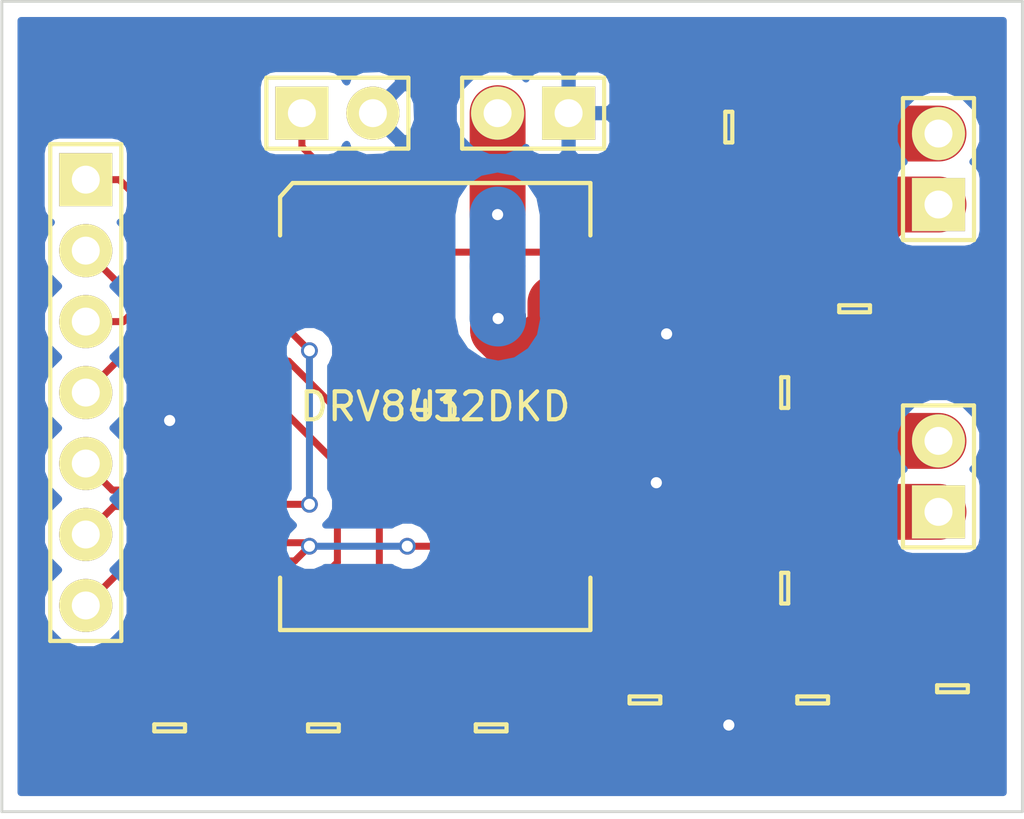
<source format=kicad_pcb>
(kicad_pcb (version 4) (host pcbnew 4.0.5)

  (general
    (links 51)
    (no_connects 0)
    (area 176.305 95.949999 213.295 125.5)
    (thickness 1.6)
    (drawings 4)
    (tracks 218)
    (zones 0)
    (modules 16)
    (nets 21)
  )

  (page A4)
  (layers
    (0 F.Cu signal)
    (31 B.Cu signal)
    (32 B.Adhes user)
    (33 F.Adhes user)
    (34 B.Paste user)
    (35 F.Paste user)
    (36 B.SilkS user)
    (37 F.SilkS user)
    (38 B.Mask user)
    (39 F.Mask user)
    (40 Dwgs.User user)
    (41 Cmts.User user)
    (42 Eco1.User user)
    (43 Eco2.User user)
    (44 Edge.Cuts user)
    (45 Margin user)
    (46 B.CrtYd user)
    (47 F.CrtYd user)
    (48 B.Fab user)
    (49 F.Fab user)
  )

  (setup
    (last_trace_width 0.8)
    (user_trace_width 0.4)
    (user_trace_width 0.8)
    (user_trace_width 1.5)
    (user_trace_width 2)
    (trace_clearance 0.2)
    (zone_clearance 0.508)
    (zone_45_only no)
    (trace_min 0.2)
    (segment_width 0.2)
    (edge_width 0.1)
    (via_size 0.6)
    (via_drill 0.4)
    (via_min_size 0.4)
    (via_min_drill 0.3)
    (uvia_size 0.3)
    (uvia_drill 0.1)
    (uvias_allowed no)
    (uvia_min_size 0.2)
    (uvia_min_drill 0.1)
    (pcb_text_width 0.3)
    (pcb_text_size 1.5 1.5)
    (mod_edge_width 0.15)
    (mod_text_size 1 1)
    (mod_text_width 0.15)
    (pad_size 2.000001 0.399999)
    (pad_drill 0)
    (pad_to_mask_clearance 0)
    (aux_axis_origin 0 0)
    (visible_elements FFFFFF7F)
    (pcbplotparams
      (layerselection 0x00030_80000001)
      (usegerberextensions false)
      (excludeedgelayer true)
      (linewidth 0.100000)
      (plotframeref false)
      (viasonmask false)
      (mode 1)
      (useauxorigin false)
      (hpglpennumber 1)
      (hpglpenspeed 20)
      (hpglpendiameter 15)
      (hpglpenoverlay 2)
      (psnegative false)
      (psa4output false)
      (plotreference true)
      (plotvalue true)
      (plotinvisibletext false)
      (padsonsilk false)
      (subtractmaskfromsilk false)
      (outputformat 1)
      (mirror false)
      (drillshape 0)
      (scaleselection 1)
      (outputdirectory gerber/))
  )

  (net 0 "")
  (net 1 "Net-(C2-Pad1)")
  (net 2 "Net-(C2-Pad2)")
  (net 3 "Net-(C3-Pad1)")
  (net 4 "Net-(C3-Pad2)")
  (net 5 "Net-(C4-Pad1)")
  (net 6 "Net-(C4-Pad2)")
  (net 7 /12V)
  (net 8 GND)
  (net 9 "Net-(C9-Pad2)")
  (net 10 "Net-(R1-Pad1)")
  (net 11 "Net-(J1-Pad1)")
  (net 12 "Net-(J1-Pad2)")
  (net 13 "Net-(J1-Pad3)")
  (net 14 "Net-(J1-Pad4)")
  (net 15 "Net-(J1-Pad5)")
  (net 16 "Net-(J1-Pad6)")
  (net 17 "Net-(J1-Pad7)")
  (net 18 "Net-(C1-Pad2)")
  (net 19 /PVDD)
  (net 20 "Net-(C1-Pad1)")

  (net_class Default "This is the default net class."
    (clearance 0.2)
    (trace_width 0.25)
    (via_dia 0.6)
    (via_drill 0.4)
    (uvia_dia 0.3)
    (uvia_drill 0.1)
    (add_net /12V)
    (add_net /PVDD)
    (add_net GND)
    (add_net "Net-(C1-Pad1)")
    (add_net "Net-(C1-Pad2)")
    (add_net "Net-(C2-Pad1)")
    (add_net "Net-(C2-Pad2)")
    (add_net "Net-(C3-Pad1)")
    (add_net "Net-(C3-Pad2)")
    (add_net "Net-(C4-Pad1)")
    (add_net "Net-(C4-Pad2)")
    (add_net "Net-(C9-Pad2)")
    (add_net "Net-(J1-Pad1)")
    (add_net "Net-(J1-Pad2)")
    (add_net "Net-(J1-Pad3)")
    (add_net "Net-(J1-Pad4)")
    (add_net "Net-(J1-Pad5)")
    (add_net "Net-(J1-Pad6)")
    (add_net "Net-(J1-Pad7)")
    (add_net "Net-(R1-Pad1)")
  )

  (module agg:SIL-254P-02 (layer F.Cu) (tedit 57656D66) (tstamp 58D18817)
    (at 210 113 90)
    (path /58D10F94)
    (fp_text reference J3 (at 0 -2.22 90) (layer F.Fab)
      (effects (font (size 1 1) (thickness 0.15)))
    )
    (fp_text value MOTOR2 (at 0 2.22 90) (layer F.Fab)
      (effects (font (size 1 1) (thickness 0.15)))
    )
    (fp_line (start -2.54 -1.27) (end 2.54 -1.27) (layer F.Fab) (width 0.01))
    (fp_line (start 2.54 -1.27) (end 2.54 1.27) (layer F.Fab) (width 0.01))
    (fp_line (start 2.54 1.27) (end -2.54 1.27) (layer F.Fab) (width 0.01))
    (fp_line (start -2.54 1.27) (end -2.54 -1.27) (layer F.Fab) (width 0.01))
    (fp_line (start -2.54 -1.27) (end 2.54 -1.27) (layer F.SilkS) (width 0.15))
    (fp_line (start 2.54 -1.27) (end 2.54 1.27) (layer F.SilkS) (width 0.15))
    (fp_line (start 2.54 1.27) (end -2.54 1.27) (layer F.SilkS) (width 0.15))
    (fp_line (start -2.54 1.27) (end -2.54 -1.27) (layer F.SilkS) (width 0.15))
    (fp_line (start -2.8 -1.55) (end 2.8 -1.55) (layer F.CrtYd) (width 0.01))
    (fp_line (start 2.8 -1.55) (end 2.8 1.55) (layer F.CrtYd) (width 0.01))
    (fp_line (start 2.8 1.55) (end -2.8 1.55) (layer F.CrtYd) (width 0.01))
    (fp_line (start -2.8 1.55) (end -2.8 -1.55) (layer F.CrtYd) (width 0.01))
    (pad 1 thru_hole rect (at -1.27 0 90) (size 1.9 1.9) (drill 1) (layers *.Cu *.Mask F.SilkS)
      (net 6 "Net-(C4-Pad2)"))
    (pad 2 thru_hole circle (at 1.27 0 90) (size 1.9 1.9) (drill 1) (layers *.Cu *.Mask F.SilkS)
      (net 4 "Net-(C3-Pad2)"))
    (model ${KISYS3DMOD}/Pin_Headers.3dshapes/Pin_Header_Straight_1x02.wrl
      (at (xyz 0 0 0))
      (scale (xyz 1 1 1))
      (rotate (xyz 0 0 0))
    )
  )

  (module agg:0805 (layer F.Cu) (tedit 57654490) (tstamp 58D12250)
    (at 204.5 110)
    (path /58D10983)
    (fp_text reference C3 (at -2.425 0 90) (layer F.Fab)
      (effects (font (size 1 1) (thickness 0.15)))
    )
    (fp_text value 49nF (at 2.425 0 90) (layer F.Fab)
      (effects (font (size 1 1) (thickness 0.15)))
    )
    (fp_line (start -1 -0.625) (end 1 -0.625) (layer F.Fab) (width 0.01))
    (fp_line (start 1 -0.625) (end 1 0.625) (layer F.Fab) (width 0.01))
    (fp_line (start 1 0.625) (end -1 0.625) (layer F.Fab) (width 0.01))
    (fp_line (start -1 0.625) (end -1 -0.625) (layer F.Fab) (width 0.01))
    (fp_line (start -0.5 -0.625) (end -0.5 0.625) (layer F.Fab) (width 0.01))
    (fp_line (start 0.5 -0.625) (end 0.5 0.625) (layer F.Fab) (width 0.01))
    (fp_line (start -0.125 -0.55) (end 0.125 -0.55) (layer F.SilkS) (width 0.15))
    (fp_line (start 0.125 -0.55) (end 0.125 0.55) (layer F.SilkS) (width 0.15))
    (fp_line (start 0.125 0.55) (end -0.125 0.55) (layer F.SilkS) (width 0.15))
    (fp_line (start -0.125 0.55) (end -0.125 -0.55) (layer F.SilkS) (width 0.15))
    (fp_line (start -1.75 -1) (end 1.75 -1) (layer F.CrtYd) (width 0.01))
    (fp_line (start 1.75 -1) (end 1.75 1) (layer F.CrtYd) (width 0.01))
    (fp_line (start 1.75 1) (end -1.75 1) (layer F.CrtYd) (width 0.01))
    (fp_line (start -1.75 1) (end -1.75 -1) (layer F.CrtYd) (width 0.01))
    (pad 1 smd rect (at -0.9 0) (size 1.15 1.45) (layers F.Cu F.Paste F.Mask)
      (net 3 "Net-(C3-Pad1)"))
    (pad 2 smd rect (at 0.9 0) (size 1.15 1.45) (layers F.Cu F.Paste F.Mask)
      (net 4 "Net-(C3-Pad2)"))
    (model ${KISYS3DMOD}/Resistors_SMD.3dshapes/R_0805.wrl
      (at (xyz 0 0 0))
      (scale (xyz 1 1 1))
      (rotate (xyz 0 0 0))
    )
  )

  (module agg:0805 (layer F.Cu) (tedit 57654490) (tstamp 58D12264)
    (at 204.5 117)
    (path /58D10A5F)
    (fp_text reference C4 (at -2.425 0 90) (layer F.Fab)
      (effects (font (size 1 1) (thickness 0.15)))
    )
    (fp_text value 49nF (at 2.425 0 90) (layer F.Fab)
      (effects (font (size 1 1) (thickness 0.15)))
    )
    (fp_line (start -1 -0.625) (end 1 -0.625) (layer F.Fab) (width 0.01))
    (fp_line (start 1 -0.625) (end 1 0.625) (layer F.Fab) (width 0.01))
    (fp_line (start 1 0.625) (end -1 0.625) (layer F.Fab) (width 0.01))
    (fp_line (start -1 0.625) (end -1 -0.625) (layer F.Fab) (width 0.01))
    (fp_line (start -0.5 -0.625) (end -0.5 0.625) (layer F.Fab) (width 0.01))
    (fp_line (start 0.5 -0.625) (end 0.5 0.625) (layer F.Fab) (width 0.01))
    (fp_line (start -0.125 -0.55) (end 0.125 -0.55) (layer F.SilkS) (width 0.15))
    (fp_line (start 0.125 -0.55) (end 0.125 0.55) (layer F.SilkS) (width 0.15))
    (fp_line (start 0.125 0.55) (end -0.125 0.55) (layer F.SilkS) (width 0.15))
    (fp_line (start -0.125 0.55) (end -0.125 -0.55) (layer F.SilkS) (width 0.15))
    (fp_line (start -1.75 -1) (end 1.75 -1) (layer F.CrtYd) (width 0.01))
    (fp_line (start 1.75 -1) (end 1.75 1) (layer F.CrtYd) (width 0.01))
    (fp_line (start 1.75 1) (end -1.75 1) (layer F.CrtYd) (width 0.01))
    (fp_line (start -1.75 1) (end -1.75 -1) (layer F.CrtYd) (width 0.01))
    (pad 1 smd rect (at -0.9 0) (size 1.15 1.45) (layers F.Cu F.Paste F.Mask)
      (net 5 "Net-(C4-Pad1)"))
    (pad 2 smd rect (at 0.9 0) (size 1.15 1.45) (layers F.Cu F.Paste F.Mask)
      (net 6 "Net-(C4-Pad2)"))
    (model ${KISYS3DMOD}/Resistors_SMD.3dshapes/R_0805.wrl
      (at (xyz 0 0 0))
      (scale (xyz 1 1 1))
      (rotate (xyz 0 0 0))
    )
  )

  (module agg:0805 (layer F.Cu) (tedit 57654490) (tstamp 58D1223C)
    (at 207 107 90)
    (path /58D10909)
    (fp_text reference C2 (at -2.425 0 180) (layer F.Fab)
      (effects (font (size 1 1) (thickness 0.15)))
    )
    (fp_text value 49nF (at 2.425 0 180) (layer F.Fab)
      (effects (font (size 1 1) (thickness 0.15)))
    )
    (fp_line (start -1 -0.625) (end 1 -0.625) (layer F.Fab) (width 0.01))
    (fp_line (start 1 -0.625) (end 1 0.625) (layer F.Fab) (width 0.01))
    (fp_line (start 1 0.625) (end -1 0.625) (layer F.Fab) (width 0.01))
    (fp_line (start -1 0.625) (end -1 -0.625) (layer F.Fab) (width 0.01))
    (fp_line (start -0.5 -0.625) (end -0.5 0.625) (layer F.Fab) (width 0.01))
    (fp_line (start 0.5 -0.625) (end 0.5 0.625) (layer F.Fab) (width 0.01))
    (fp_line (start -0.125 -0.55) (end 0.125 -0.55) (layer F.SilkS) (width 0.15))
    (fp_line (start 0.125 -0.55) (end 0.125 0.55) (layer F.SilkS) (width 0.15))
    (fp_line (start 0.125 0.55) (end -0.125 0.55) (layer F.SilkS) (width 0.15))
    (fp_line (start -0.125 0.55) (end -0.125 -0.55) (layer F.SilkS) (width 0.15))
    (fp_line (start -1.75 -1) (end 1.75 -1) (layer F.CrtYd) (width 0.01))
    (fp_line (start 1.75 -1) (end 1.75 1) (layer F.CrtYd) (width 0.01))
    (fp_line (start 1.75 1) (end -1.75 1) (layer F.CrtYd) (width 0.01))
    (fp_line (start -1.75 1) (end -1.75 -1) (layer F.CrtYd) (width 0.01))
    (pad 1 smd rect (at -0.9 0 90) (size 1.15 1.45) (layers F.Cu F.Paste F.Mask)
      (net 1 "Net-(C2-Pad1)"))
    (pad 2 smd rect (at 0.9 0 90) (size 1.15 1.45) (layers F.Cu F.Paste F.Mask)
      (net 2 "Net-(C2-Pad2)"))
    (model ${KISYS3DMOD}/Resistors_SMD.3dshapes/R_0805.wrl
      (at (xyz 0 0 0))
      (scale (xyz 1 1 1))
      (rotate (xyz 0 0 0))
    )
  )

  (module agg:0805 (layer F.Cu) (tedit 57654490) (tstamp 58D12278)
    (at 199.5 121 270)
    (path /58D12174)
    (fp_text reference C5 (at -2.425 0 360) (layer F.Fab)
      (effects (font (size 1 1) (thickness 0.15)))
    )
    (fp_text value 100nF (at 2.425 0 360) (layer F.Fab)
      (effects (font (size 1 1) (thickness 0.15)))
    )
    (fp_line (start -1 -0.625) (end 1 -0.625) (layer F.Fab) (width 0.01))
    (fp_line (start 1 -0.625) (end 1 0.625) (layer F.Fab) (width 0.01))
    (fp_line (start 1 0.625) (end -1 0.625) (layer F.Fab) (width 0.01))
    (fp_line (start -1 0.625) (end -1 -0.625) (layer F.Fab) (width 0.01))
    (fp_line (start -0.5 -0.625) (end -0.5 0.625) (layer F.Fab) (width 0.01))
    (fp_line (start 0.5 -0.625) (end 0.5 0.625) (layer F.Fab) (width 0.01))
    (fp_line (start -0.125 -0.55) (end 0.125 -0.55) (layer F.SilkS) (width 0.15))
    (fp_line (start 0.125 -0.55) (end 0.125 0.55) (layer F.SilkS) (width 0.15))
    (fp_line (start 0.125 0.55) (end -0.125 0.55) (layer F.SilkS) (width 0.15))
    (fp_line (start -0.125 0.55) (end -0.125 -0.55) (layer F.SilkS) (width 0.15))
    (fp_line (start -1.75 -1) (end 1.75 -1) (layer F.CrtYd) (width 0.01))
    (fp_line (start 1.75 -1) (end 1.75 1) (layer F.CrtYd) (width 0.01))
    (fp_line (start 1.75 1) (end -1.75 1) (layer F.CrtYd) (width 0.01))
    (fp_line (start -1.75 1) (end -1.75 -1) (layer F.CrtYd) (width 0.01))
    (pad 1 smd rect (at -0.9 0 270) (size 1.15 1.45) (layers F.Cu F.Paste F.Mask)
      (net 7 /12V))
    (pad 2 smd rect (at 0.9 0 270) (size 1.15 1.45) (layers F.Cu F.Paste F.Mask)
      (net 8 GND))
    (model ${KISYS3DMOD}/Resistors_SMD.3dshapes/R_0805.wrl
      (at (xyz 0 0 0))
      (scale (xyz 1 1 1))
      (rotate (xyz 0 0 0))
    )
  )

  (module agg:0805 (layer F.Cu) (tedit 57654490) (tstamp 58D1228C)
    (at 210.5 120.6 270)
    (path /58D121DC)
    (fp_text reference C6 (at -2.425 0 360) (layer F.Fab)
      (effects (font (size 1 1) (thickness 0.15)))
    )
    (fp_text value 100nF (at 2.425 0 360) (layer F.Fab)
      (effects (font (size 1 1) (thickness 0.15)))
    )
    (fp_line (start -1 -0.625) (end 1 -0.625) (layer F.Fab) (width 0.01))
    (fp_line (start 1 -0.625) (end 1 0.625) (layer F.Fab) (width 0.01))
    (fp_line (start 1 0.625) (end -1 0.625) (layer F.Fab) (width 0.01))
    (fp_line (start -1 0.625) (end -1 -0.625) (layer F.Fab) (width 0.01))
    (fp_line (start -0.5 -0.625) (end -0.5 0.625) (layer F.Fab) (width 0.01))
    (fp_line (start 0.5 -0.625) (end 0.5 0.625) (layer F.Fab) (width 0.01))
    (fp_line (start -0.125 -0.55) (end 0.125 -0.55) (layer F.SilkS) (width 0.15))
    (fp_line (start 0.125 -0.55) (end 0.125 0.55) (layer F.SilkS) (width 0.15))
    (fp_line (start 0.125 0.55) (end -0.125 0.55) (layer F.SilkS) (width 0.15))
    (fp_line (start -0.125 0.55) (end -0.125 -0.55) (layer F.SilkS) (width 0.15))
    (fp_line (start -1.75 -1) (end 1.75 -1) (layer F.CrtYd) (width 0.01))
    (fp_line (start 1.75 -1) (end 1.75 1) (layer F.CrtYd) (width 0.01))
    (fp_line (start 1.75 1) (end -1.75 1) (layer F.CrtYd) (width 0.01))
    (fp_line (start -1.75 1) (end -1.75 -1) (layer F.CrtYd) (width 0.01))
    (pad 1 smd rect (at -0.9 0 270) (size 1.15 1.45) (layers F.Cu F.Paste F.Mask)
      (net 7 /12V))
    (pad 2 smd rect (at 0.9 0 270) (size 1.15 1.45) (layers F.Cu F.Paste F.Mask)
      (net 8 GND))
    (model ${KISYS3DMOD}/Resistors_SMD.3dshapes/R_0805.wrl
      (at (xyz 0 0 0))
      (scale (xyz 1 1 1))
      (rotate (xyz 0 0 0))
    )
  )

  (module agg:0805 (layer F.Cu) (tedit 57654490) (tstamp 58D122A0)
    (at 205.5 121 270)
    (path /58D1224B)
    (fp_text reference C7 (at -2.425 0 360) (layer F.Fab)
      (effects (font (size 1 1) (thickness 0.15)))
    )
    (fp_text value 100nF (at 2.425 0 360) (layer F.Fab)
      (effects (font (size 1 1) (thickness 0.15)))
    )
    (fp_line (start -1 -0.625) (end 1 -0.625) (layer F.Fab) (width 0.01))
    (fp_line (start 1 -0.625) (end 1 0.625) (layer F.Fab) (width 0.01))
    (fp_line (start 1 0.625) (end -1 0.625) (layer F.Fab) (width 0.01))
    (fp_line (start -1 0.625) (end -1 -0.625) (layer F.Fab) (width 0.01))
    (fp_line (start -0.5 -0.625) (end -0.5 0.625) (layer F.Fab) (width 0.01))
    (fp_line (start 0.5 -0.625) (end 0.5 0.625) (layer F.Fab) (width 0.01))
    (fp_line (start -0.125 -0.55) (end 0.125 -0.55) (layer F.SilkS) (width 0.15))
    (fp_line (start 0.125 -0.55) (end 0.125 0.55) (layer F.SilkS) (width 0.15))
    (fp_line (start 0.125 0.55) (end -0.125 0.55) (layer F.SilkS) (width 0.15))
    (fp_line (start -0.125 0.55) (end -0.125 -0.55) (layer F.SilkS) (width 0.15))
    (fp_line (start -1.75 -1) (end 1.75 -1) (layer F.CrtYd) (width 0.01))
    (fp_line (start 1.75 -1) (end 1.75 1) (layer F.CrtYd) (width 0.01))
    (fp_line (start 1.75 1) (end -1.75 1) (layer F.CrtYd) (width 0.01))
    (fp_line (start -1.75 1) (end -1.75 -1) (layer F.CrtYd) (width 0.01))
    (pad 1 smd rect (at -0.9 0 270) (size 1.15 1.45) (layers F.Cu F.Paste F.Mask)
      (net 7 /12V))
    (pad 2 smd rect (at 0.9 0 270) (size 1.15 1.45) (layers F.Cu F.Paste F.Mask)
      (net 8 GND))
    (model ${KISYS3DMOD}/Resistors_SMD.3dshapes/R_0805.wrl
      (at (xyz 0 0 0))
      (scale (xyz 1 1 1))
      (rotate (xyz 0 0 0))
    )
  )

  (module agg:0805 (layer F.Cu) (tedit 57654490) (tstamp 58D122B4)
    (at 194 122 270)
    (path /58D122E3)
    (fp_text reference C8 (at -2.425 0 360) (layer F.Fab)
      (effects (font (size 1 1) (thickness 0.15)))
    )
    (fp_text value 100nF (at 2.425 0 360) (layer F.Fab)
      (effects (font (size 1 1) (thickness 0.15)))
    )
    (fp_line (start -1 -0.625) (end 1 -0.625) (layer F.Fab) (width 0.01))
    (fp_line (start 1 -0.625) (end 1 0.625) (layer F.Fab) (width 0.01))
    (fp_line (start 1 0.625) (end -1 0.625) (layer F.Fab) (width 0.01))
    (fp_line (start -1 0.625) (end -1 -0.625) (layer F.Fab) (width 0.01))
    (fp_line (start -0.5 -0.625) (end -0.5 0.625) (layer F.Fab) (width 0.01))
    (fp_line (start 0.5 -0.625) (end 0.5 0.625) (layer F.Fab) (width 0.01))
    (fp_line (start -0.125 -0.55) (end 0.125 -0.55) (layer F.SilkS) (width 0.15))
    (fp_line (start 0.125 -0.55) (end 0.125 0.55) (layer F.SilkS) (width 0.15))
    (fp_line (start 0.125 0.55) (end -0.125 0.55) (layer F.SilkS) (width 0.15))
    (fp_line (start -0.125 0.55) (end -0.125 -0.55) (layer F.SilkS) (width 0.15))
    (fp_line (start -1.75 -1) (end 1.75 -1) (layer F.CrtYd) (width 0.01))
    (fp_line (start 1.75 -1) (end 1.75 1) (layer F.CrtYd) (width 0.01))
    (fp_line (start 1.75 1) (end -1.75 1) (layer F.CrtYd) (width 0.01))
    (fp_line (start -1.75 1) (end -1.75 -1) (layer F.CrtYd) (width 0.01))
    (pad 1 smd rect (at -0.9 0 270) (size 1.15 1.45) (layers F.Cu F.Paste F.Mask)
      (net 7 /12V))
    (pad 2 smd rect (at 0.9 0 270) (size 1.15 1.45) (layers F.Cu F.Paste F.Mask)
      (net 8 GND))
    (model ${KISYS3DMOD}/Resistors_SMD.3dshapes/R_0805.wrl
      (at (xyz 0 0 0))
      (scale (xyz 1 1 1))
      (rotate (xyz 0 0 0))
    )
  )

  (module agg:0805 (layer F.Cu) (tedit 57654490) (tstamp 58D122C8)
    (at 182.5 122 90)
    (path /58D11D3B)
    (fp_text reference C9 (at -2.425 0 180) (layer F.Fab)
      (effects (font (size 1 1) (thickness 0.15)))
    )
    (fp_text value 100nF (at 2.425 0 180) (layer F.Fab)
      (effects (font (size 1 1) (thickness 0.15)))
    )
    (fp_line (start -1 -0.625) (end 1 -0.625) (layer F.Fab) (width 0.01))
    (fp_line (start 1 -0.625) (end 1 0.625) (layer F.Fab) (width 0.01))
    (fp_line (start 1 0.625) (end -1 0.625) (layer F.Fab) (width 0.01))
    (fp_line (start -1 0.625) (end -1 -0.625) (layer F.Fab) (width 0.01))
    (fp_line (start -0.5 -0.625) (end -0.5 0.625) (layer F.Fab) (width 0.01))
    (fp_line (start 0.5 -0.625) (end 0.5 0.625) (layer F.Fab) (width 0.01))
    (fp_line (start -0.125 -0.55) (end 0.125 -0.55) (layer F.SilkS) (width 0.15))
    (fp_line (start 0.125 -0.55) (end 0.125 0.55) (layer F.SilkS) (width 0.15))
    (fp_line (start 0.125 0.55) (end -0.125 0.55) (layer F.SilkS) (width 0.15))
    (fp_line (start -0.125 0.55) (end -0.125 -0.55) (layer F.SilkS) (width 0.15))
    (fp_line (start -1.75 -1) (end 1.75 -1) (layer F.CrtYd) (width 0.01))
    (fp_line (start 1.75 -1) (end 1.75 1) (layer F.CrtYd) (width 0.01))
    (fp_line (start 1.75 1) (end -1.75 1) (layer F.CrtYd) (width 0.01))
    (fp_line (start -1.75 1) (end -1.75 -1) (layer F.CrtYd) (width 0.01))
    (pad 1 smd rect (at -0.9 0 90) (size 1.15 1.45) (layers F.Cu F.Paste F.Mask)
      (net 8 GND))
    (pad 2 smd rect (at 0.9 0 90) (size 1.15 1.45) (layers F.Cu F.Paste F.Mask)
      (net 9 "Net-(C9-Pad2)"))
    (model ${KISYS3DMOD}/Resistors_SMD.3dshapes/R_0805.wrl
      (at (xyz 0 0 0))
      (scale (xyz 1 1 1))
      (rotate (xyz 0 0 0))
    )
  )

  (module agg:0805 (layer F.Cu) (tedit 57654490) (tstamp 58D122DC)
    (at 188 122 270)
    (path /58D11731)
    (fp_text reference R1 (at -2.425 0 360) (layer F.Fab)
      (effects (font (size 1 1) (thickness 0.15)))
    )
    (fp_text value 27K (at 2.425 0 360) (layer F.Fab)
      (effects (font (size 1 1) (thickness 0.15)))
    )
    (fp_line (start -1 -0.625) (end 1 -0.625) (layer F.Fab) (width 0.01))
    (fp_line (start 1 -0.625) (end 1 0.625) (layer F.Fab) (width 0.01))
    (fp_line (start 1 0.625) (end -1 0.625) (layer F.Fab) (width 0.01))
    (fp_line (start -1 0.625) (end -1 -0.625) (layer F.Fab) (width 0.01))
    (fp_line (start -0.5 -0.625) (end -0.5 0.625) (layer F.Fab) (width 0.01))
    (fp_line (start 0.5 -0.625) (end 0.5 0.625) (layer F.Fab) (width 0.01))
    (fp_line (start -0.125 -0.55) (end 0.125 -0.55) (layer F.SilkS) (width 0.15))
    (fp_line (start 0.125 -0.55) (end 0.125 0.55) (layer F.SilkS) (width 0.15))
    (fp_line (start 0.125 0.55) (end -0.125 0.55) (layer F.SilkS) (width 0.15))
    (fp_line (start -0.125 0.55) (end -0.125 -0.55) (layer F.SilkS) (width 0.15))
    (fp_line (start -1.75 -1) (end 1.75 -1) (layer F.CrtYd) (width 0.01))
    (fp_line (start 1.75 -1) (end 1.75 1) (layer F.CrtYd) (width 0.01))
    (fp_line (start 1.75 1) (end -1.75 1) (layer F.CrtYd) (width 0.01))
    (fp_line (start -1.75 1) (end -1.75 -1) (layer F.CrtYd) (width 0.01))
    (pad 1 smd rect (at -0.9 0 270) (size 1.15 1.45) (layers F.Cu F.Paste F.Mask)
      (net 10 "Net-(R1-Pad1)"))
    (pad 2 smd rect (at 0.9 0 270) (size 1.15 1.45) (layers F.Cu F.Paste F.Mask)
      (net 8 GND))
    (model ${KISYS3DMOD}/Resistors_SMD.3dshapes/R_0805.wrl
      (at (xyz 0 0 0))
      (scale (xyz 1 1 1))
      (rotate (xyz 0 0 0))
    )
  )

  (module agg:SIL-254P-07 (layer F.Cu) (tedit 57656D66) (tstamp 58D187F3)
    (at 179.5 110 270)
    (path /58D12C44)
    (fp_text reference J1 (at 0 -2.22 270) (layer F.Fab)
      (effects (font (size 1 1) (thickness 0.15)))
    )
    (fp_text value MCU (at 0 2.22 270) (layer F.Fab)
      (effects (font (size 1 1) (thickness 0.15)))
    )
    (fp_line (start -8.89 -1.27) (end 8.89 -1.27) (layer F.Fab) (width 0.01))
    (fp_line (start 8.89 -1.27) (end 8.89 1.27) (layer F.Fab) (width 0.01))
    (fp_line (start 8.89 1.27) (end -8.89 1.27) (layer F.Fab) (width 0.01))
    (fp_line (start -8.89 1.27) (end -8.89 -1.27) (layer F.Fab) (width 0.01))
    (fp_line (start -8.89 -1.27) (end 8.89 -1.27) (layer F.SilkS) (width 0.15))
    (fp_line (start 8.89 -1.27) (end 8.89 1.27) (layer F.SilkS) (width 0.15))
    (fp_line (start 8.89 1.27) (end -8.89 1.27) (layer F.SilkS) (width 0.15))
    (fp_line (start -8.89 1.27) (end -8.89 -1.27) (layer F.SilkS) (width 0.15))
    (fp_line (start -9.15 -1.55) (end 9.15 -1.55) (layer F.CrtYd) (width 0.01))
    (fp_line (start 9.15 -1.55) (end 9.15 1.55) (layer F.CrtYd) (width 0.01))
    (fp_line (start 9.15 1.55) (end -9.15 1.55) (layer F.CrtYd) (width 0.01))
    (fp_line (start -9.15 1.55) (end -9.15 -1.55) (layer F.CrtYd) (width 0.01))
    (pad 1 thru_hole rect (at -7.62 0 270) (size 1.9 1.9) (drill 1) (layers *.Cu *.Mask F.SilkS)
      (net 11 "Net-(J1-Pad1)"))
    (pad 2 thru_hole circle (at -5.08 0 270) (size 1.9 1.9) (drill 1) (layers *.Cu *.Mask F.SilkS)
      (net 12 "Net-(J1-Pad2)"))
    (pad 3 thru_hole circle (at -2.54 0 270) (size 1.9 1.9) (drill 1) (layers *.Cu *.Mask F.SilkS)
      (net 13 "Net-(J1-Pad3)"))
    (pad 4 thru_hole circle (at 0 0 270) (size 1.9 1.9) (drill 1) (layers *.Cu *.Mask F.SilkS)
      (net 14 "Net-(J1-Pad4)"))
    (pad 5 thru_hole circle (at 2.54 0 270) (size 1.9 1.9) (drill 1) (layers *.Cu *.Mask F.SilkS)
      (net 15 "Net-(J1-Pad5)"))
    (pad 6 thru_hole circle (at 5.08 0 270) (size 1.9 1.9) (drill 1) (layers *.Cu *.Mask F.SilkS)
      (net 16 "Net-(J1-Pad6)"))
    (pad 7 thru_hole circle (at 7.62 0 270) (size 1.9 1.9) (drill 1) (layers *.Cu *.Mask F.SilkS)
      (net 17 "Net-(J1-Pad7)"))
    (model ${KISYS3DMOD}/Pin_Headers.3dshapes/Pin_Header_Straight_1x07.wrl
      (at (xyz 0 0 0))
      (scale (xyz 1 1 1))
      (rotate (xyz 0 0 0))
    )
  )

  (module agg:SIL-254P-02 (layer F.Cu) (tedit 57656D66) (tstamp 58D18805)
    (at 210 102 90)
    (path /58D10F1B)
    (fp_text reference J2 (at 0 -2.22 90) (layer F.Fab)
      (effects (font (size 1 1) (thickness 0.15)))
    )
    (fp_text value MOTOR1 (at 0 2.22 90) (layer F.Fab)
      (effects (font (size 1 1) (thickness 0.15)))
    )
    (fp_line (start -2.54 -1.27) (end 2.54 -1.27) (layer F.Fab) (width 0.01))
    (fp_line (start 2.54 -1.27) (end 2.54 1.27) (layer F.Fab) (width 0.01))
    (fp_line (start 2.54 1.27) (end -2.54 1.27) (layer F.Fab) (width 0.01))
    (fp_line (start -2.54 1.27) (end -2.54 -1.27) (layer F.Fab) (width 0.01))
    (fp_line (start -2.54 -1.27) (end 2.54 -1.27) (layer F.SilkS) (width 0.15))
    (fp_line (start 2.54 -1.27) (end 2.54 1.27) (layer F.SilkS) (width 0.15))
    (fp_line (start 2.54 1.27) (end -2.54 1.27) (layer F.SilkS) (width 0.15))
    (fp_line (start -2.54 1.27) (end -2.54 -1.27) (layer F.SilkS) (width 0.15))
    (fp_line (start -2.8 -1.55) (end 2.8 -1.55) (layer F.CrtYd) (width 0.01))
    (fp_line (start 2.8 -1.55) (end 2.8 1.55) (layer F.CrtYd) (width 0.01))
    (fp_line (start 2.8 1.55) (end -2.8 1.55) (layer F.CrtYd) (width 0.01))
    (fp_line (start -2.8 1.55) (end -2.8 -1.55) (layer F.CrtYd) (width 0.01))
    (pad 1 thru_hole rect (at -1.27 0 90) (size 1.9 1.9) (drill 1) (layers *.Cu *.Mask F.SilkS)
      (net 2 "Net-(C2-Pad2)"))
    (pad 2 thru_hole circle (at 1.27 0 90) (size 1.9 1.9) (drill 1) (layers *.Cu *.Mask F.SilkS)
      (net 18 "Net-(C1-Pad2)"))
    (model ${KISYS3DMOD}/Pin_Headers.3dshapes/Pin_Header_Straight_1x02.wrl
      (at (xyz 0 0 0))
      (scale (xyz 1 1 1))
      (rotate (xyz 0 0 0))
    )
  )

  (module agg:SIL-254P-02 (layer F.Cu) (tedit 57656D66) (tstamp 58D18829)
    (at 195.5 100 180)
    (path /58D13B8E)
    (fp_text reference J4 (at 0 -2.22 180) (layer F.Fab)
      (effects (font (size 1 1) (thickness 0.15)))
    )
    (fp_text value PVDD (at 0 2.22 180) (layer F.Fab)
      (effects (font (size 1 1) (thickness 0.15)))
    )
    (fp_line (start -2.54 -1.27) (end 2.54 -1.27) (layer F.Fab) (width 0.01))
    (fp_line (start 2.54 -1.27) (end 2.54 1.27) (layer F.Fab) (width 0.01))
    (fp_line (start 2.54 1.27) (end -2.54 1.27) (layer F.Fab) (width 0.01))
    (fp_line (start -2.54 1.27) (end -2.54 -1.27) (layer F.Fab) (width 0.01))
    (fp_line (start -2.54 -1.27) (end 2.54 -1.27) (layer F.SilkS) (width 0.15))
    (fp_line (start 2.54 -1.27) (end 2.54 1.27) (layer F.SilkS) (width 0.15))
    (fp_line (start 2.54 1.27) (end -2.54 1.27) (layer F.SilkS) (width 0.15))
    (fp_line (start -2.54 1.27) (end -2.54 -1.27) (layer F.SilkS) (width 0.15))
    (fp_line (start -2.8 -1.55) (end 2.8 -1.55) (layer F.CrtYd) (width 0.01))
    (fp_line (start 2.8 -1.55) (end 2.8 1.55) (layer F.CrtYd) (width 0.01))
    (fp_line (start 2.8 1.55) (end -2.8 1.55) (layer F.CrtYd) (width 0.01))
    (fp_line (start -2.8 1.55) (end -2.8 -1.55) (layer F.CrtYd) (width 0.01))
    (pad 1 thru_hole rect (at -1.27 0 180) (size 1.9 1.9) (drill 1) (layers *.Cu *.Mask F.SilkS)
      (net 8 GND))
    (pad 2 thru_hole circle (at 1.27 0 180) (size 1.9 1.9) (drill 1) (layers *.Cu *.Mask F.SilkS)
      (net 19 /PVDD))
    (model ${KISYS3DMOD}/Pin_Headers.3dshapes/Pin_Header_Straight_1x02.wrl
      (at (xyz 0 0 0))
      (scale (xyz 1 1 1))
      (rotate (xyz 0 0 0))
    )
  )

  (module agg:SIL-254P-02 (layer F.Cu) (tedit 57656D66) (tstamp 58D1883B)
    (at 188.5 100)
    (path /58D13C19)
    (fp_text reference J5 (at 0 -2.22) (layer F.Fab)
      (effects (font (size 1 1) (thickness 0.15)))
    )
    (fp_text value 12V (at 0 2.22) (layer F.Fab)
      (effects (font (size 1 1) (thickness 0.15)))
    )
    (fp_line (start -2.54 -1.27) (end 2.54 -1.27) (layer F.Fab) (width 0.01))
    (fp_line (start 2.54 -1.27) (end 2.54 1.27) (layer F.Fab) (width 0.01))
    (fp_line (start 2.54 1.27) (end -2.54 1.27) (layer F.Fab) (width 0.01))
    (fp_line (start -2.54 1.27) (end -2.54 -1.27) (layer F.Fab) (width 0.01))
    (fp_line (start -2.54 -1.27) (end 2.54 -1.27) (layer F.SilkS) (width 0.15))
    (fp_line (start 2.54 -1.27) (end 2.54 1.27) (layer F.SilkS) (width 0.15))
    (fp_line (start 2.54 1.27) (end -2.54 1.27) (layer F.SilkS) (width 0.15))
    (fp_line (start -2.54 1.27) (end -2.54 -1.27) (layer F.SilkS) (width 0.15))
    (fp_line (start -2.8 -1.55) (end 2.8 -1.55) (layer F.CrtYd) (width 0.01))
    (fp_line (start 2.8 -1.55) (end 2.8 1.55) (layer F.CrtYd) (width 0.01))
    (fp_line (start 2.8 1.55) (end -2.8 1.55) (layer F.CrtYd) (width 0.01))
    (fp_line (start -2.8 1.55) (end -2.8 -1.55) (layer F.CrtYd) (width 0.01))
    (pad 1 thru_hole rect (at -1.27 0) (size 1.9 1.9) (drill 1) (layers *.Cu *.Mask F.SilkS)
      (net 7 /12V))
    (pad 2 thru_hole circle (at 1.27 0) (size 1.9 1.9) (drill 1) (layers *.Cu *.Mask F.SilkS)
      (net 8 GND))
    (model ${KISYS3DMOD}/Pin_Headers.3dshapes/Pin_Header_Straight_1x02.wrl
      (at (xyz 0 0 0))
      (scale (xyz 1 1 1))
      (rotate (xyz 0 0 0))
    )
  )

  (module agg:0805 (layer F.Cu) (tedit 57654490) (tstamp 58D1FC0C)
    (at 202.5 100.5)
    (path /58D1088B)
    (fp_text reference C1 (at -2.425 0 90) (layer F.Fab)
      (effects (font (size 1 1) (thickness 0.15)))
    )
    (fp_text value 49nF (at 2.425 0 90) (layer F.Fab)
      (effects (font (size 1 1) (thickness 0.15)))
    )
    (fp_line (start -1 -0.625) (end 1 -0.625) (layer F.Fab) (width 0.01))
    (fp_line (start 1 -0.625) (end 1 0.625) (layer F.Fab) (width 0.01))
    (fp_line (start 1 0.625) (end -1 0.625) (layer F.Fab) (width 0.01))
    (fp_line (start -1 0.625) (end -1 -0.625) (layer F.Fab) (width 0.01))
    (fp_line (start -0.5 -0.625) (end -0.5 0.625) (layer F.Fab) (width 0.01))
    (fp_line (start 0.5 -0.625) (end 0.5 0.625) (layer F.Fab) (width 0.01))
    (fp_line (start -0.125 -0.55) (end 0.125 -0.55) (layer F.SilkS) (width 0.15))
    (fp_line (start 0.125 -0.55) (end 0.125 0.55) (layer F.SilkS) (width 0.15))
    (fp_line (start 0.125 0.55) (end -0.125 0.55) (layer F.SilkS) (width 0.15))
    (fp_line (start -0.125 0.55) (end -0.125 -0.55) (layer F.SilkS) (width 0.15))
    (fp_line (start -1.75 -1) (end 1.75 -1) (layer F.CrtYd) (width 0.01))
    (fp_line (start 1.75 -1) (end 1.75 1) (layer F.CrtYd) (width 0.01))
    (fp_line (start 1.75 1) (end -1.75 1) (layer F.CrtYd) (width 0.01))
    (fp_line (start -1.75 1) (end -1.75 -1) (layer F.CrtYd) (width 0.01))
    (pad 1 smd rect (at -0.9 0) (size 1.15 1.45) (layers F.Cu F.Paste F.Mask)
      (net 20 "Net-(C1-Pad1)"))
    (pad 2 smd rect (at 0.9 0) (size 1.15 1.45) (layers F.Cu F.Paste F.Mask)
      (net 18 "Net-(C1-Pad2)"))
    (model ${KISYS3DMOD}/Resistors_SMD.3dshapes/R_0805.wrl
      (at (xyz 0 0 0))
      (scale (xyz 1 1 1))
      (rotate (xyz 0 0 0))
    )
  )

  (module lib:DRV8432DKDR (layer F.Cu) (tedit 58D153A2) (tstamp 58D1C459)
    (at 192 110.5)
    (path /58D10294)
    (fp_text reference U1 (at 0 0) (layer F.SilkS)
      (effects (font (size 1 1) (thickness 0.15)))
    )
    (fp_text value DRV8432DKD (at 0 0) (layer F.SilkS)
      (effects (font (size 1 1) (thickness 0.15)))
    )
    (fp_line (start -5.1 -7.999999) (end 5.549999 -7.999999) (layer Dwgs.User) (width 0.1524))
    (fp_line (start 5.549999 7.999999) (end 5.549999 -7.999999) (layer Dwgs.User) (width 0.1524))
    (fp_line (start -5.549999 7.999999) (end -5.549999 -7.5) (layer Dwgs.User) (width 0.1524))
    (fp_line (start -5.549999 7.999999) (end 5.549999 7.999999) (layer Dwgs.User) (width 0.1524))
    (fp_line (start -5.549999 -7.5) (end -5.1 -7.999999) (layer Dwgs.User) (width 0.1524))
    (fp_line (start -5.549999 7.999999) (end -5.549999 6.124999) (layer F.SilkS) (width 0.1524))
    (fp_line (start -5.549999 7.999999) (end 5.549999 7.999999) (layer F.SilkS) (width 0.1524))
    (fp_line (start 5.549999 7.999999) (end 5.549999 6.124999) (layer F.SilkS) (width 0.1524))
    (fp_line (start -5.1 -7.999999) (end 5.549999 -7.999999) (layer F.SilkS) (width 0.1524))
    (fp_line (start -5.549999 -6.124999) (end -5.549999 -7.5) (layer F.SilkS) (width 0.1524))
    (fp_line (start 5.549999 -6.124999) (end 5.549999 -7.999999) (layer F.SilkS) (width 0.1524))
    (fp_line (start -5.549999 -7.5) (end -5.1 -7.999999) (layer F.SilkS) (width 0.1524))
    (pad 1 smd rect (at -6.5 -5.525) (size 2.000001 0.399999) (layers F.Cu F.Paste F.Mask)
      (net 7 /12V) (solder_mask_margin 0.05))
    (pad 36 smd rect (at 6.7 -5.525) (size 2.000001 0.399999) (layers F.Cu F.Paste F.Mask)
      (net 7 /12V) (solder_mask_margin 0.05))
    (pad 2 smd rect (at -6.5 -4.875) (size 2.000001 0.399999) (layers F.Cu F.Paste F.Mask)
      (net 11 "Net-(J1-Pad1)") (solder_mask_margin 0.05))
    (pad 35 smd rect (at 6.7 -4.875) (size 2.000001 0.399999) (layers F.Cu F.Paste F.Mask)
      (net 20 "Net-(C1-Pad1)") (solder_mask_margin 0.05))
    (pad 3 smd rect (at -6.5 -4.225) (size 2.000001 0.399999) (layers F.Cu F.Paste F.Mask)
      (net 12 "Net-(J1-Pad2)") (solder_mask_margin 0.05))
    (pad 34 smd rect (at 6.7 -4.225) (size 2.000001 0.399999) (layers F.Cu F.Paste F.Mask)
      (net 19 /PVDD) (solder_mask_margin 0.05))
    (pad 4 smd rect (at -6.5 -3.575) (size 2.000001 0.399999) (layers F.Cu F.Paste F.Mask)
      (net 13 "Net-(J1-Pad3)") (solder_mask_margin 0.05))
    (pad 33 smd rect (at 6.7 -3.575) (size 2.000001 0.399999) (layers F.Cu F.Paste F.Mask)
      (net 18 "Net-(C1-Pad2)") (solder_mask_margin 0.05))
    (pad 5 smd rect (at -6.5 -2.925) (size 2.000001 0.399999) (layers F.Cu F.Paste F.Mask)
      (net 16 "Net-(J1-Pad6)") (solder_mask_margin 0.05))
    (pad 32 smd rect (at 6.7 -2.925) (size 2.000001 0.399999) (layers F.Cu F.Paste F.Mask)
      (net 8 GND) (solder_mask_margin 0.05))
    (pad 6 smd rect (at -6.5 -2.275) (size 2.000001 0.399999) (layers F.Cu F.Paste F.Mask)
      (net 14 "Net-(J1-Pad4)") (solder_mask_margin 0.05))
    (pad 31 smd rect (at 6.7 -2.275) (size 2.000001 0.399999) (layers F.Cu F.Paste F.Mask)
      (net 8 GND) (solder_mask_margin 0.05))
    (pad 7 smd rect (at -6.5 -1.625) (size 2.000001 0.399999) (layers F.Cu F.Paste F.Mask)
      (net 10 "Net-(R1-Pad1)") (solder_mask_margin 0.05))
    (pad 30 smd rect (at 6.7 -1.625) (size 2.000001 0.399999) (layers F.Cu F.Paste F.Mask)
      (net 2 "Net-(C2-Pad2)") (solder_mask_margin 0.05))
    (pad 8 smd rect (at -6.5 -0.975) (size 2.000001 0.399999) (layers F.Cu F.Paste F.Mask)
      (net 8 GND) (solder_mask_margin 0.05))
    (pad 29 smd rect (at 6.7 -0.975) (size 2.000001 0.399999) (layers F.Cu F.Paste F.Mask)
      (net 19 /PVDD) (solder_mask_margin 0.05))
    (pad 9 smd rect (at -6.5 -0.325) (size 2.000001 0.399999) (layers F.Cu F.Paste F.Mask)
      (net 8 GND) (solder_mask_margin 0.05))
    (pad 28 smd rect (at 6.7 -0.325) (size 2.000001 0.399999) (layers F.Cu F.Paste F.Mask)
      (net 1 "Net-(C2-Pad1)") (solder_mask_margin 0.05))
    (pad 10 smd rect (at -6.5 0.325) (size 2.000001 0.399999) (layers F.Cu F.Paste F.Mask)
      (net 9 "Net-(C9-Pad2)") (solder_mask_margin 0.05))
    (pad 27 smd rect (at 6.7 0.325) (size 2.000001 0.399999) (layers F.Cu F.Paste F.Mask)
      (net 3 "Net-(C3-Pad1)") (solder_mask_margin 0.05))
    (pad 11 smd rect (at -6.5 0.975) (size 2.000001 0.399999) (layers F.Cu F.Paste F.Mask)
      (net 8 GND) (solder_mask_margin 0.05))
    (pad 26 smd rect (at 6.7 0.975) (size 2.000001 0.399999) (layers F.Cu F.Paste F.Mask)
      (net 19 /PVDD) (solder_mask_margin 0.05))
    (pad 12 smd rect (at -6.5 1.625) (size 2.000001 0.399999) (layers F.Cu F.Paste F.Mask)
      (net 8 GND) (solder_mask_margin 0.05))
    (pad 25 smd rect (at 6.7 1.625) (size 2.000001 0.399999) (layers F.Cu F.Paste F.Mask)
      (net 4 "Net-(C3-Pad2)") (solder_mask_margin 0.05))
    (pad 13 smd rect (at -6.5 2.275) (size 2.000001 0.399999) (layers F.Cu F.Paste F.Mask)
      (net 8 GND) (solder_mask_margin 0.05))
    (pad 24 smd rect (at 6.7 2.275) (size 2.000001 0.399999) (layers F.Cu F.Paste F.Mask)
      (net 8 GND) (solder_mask_margin 0.05))
    (pad 14 smd rect (at -6.5 2.925) (size 2.000001 0.399999) (layers F.Cu F.Paste F.Mask)
      (net 15 "Net-(J1-Pad5)") (solder_mask_margin 0.05))
    (pad 23 smd rect (at 6.7 2.925) (size 2.000001 0.399999) (layers F.Cu F.Paste F.Mask)
      (net 8 GND) (solder_mask_margin 0.05))
    (pad 15 smd rect (at -6.5 3.575) (size 2.000001 0.399999) (layers F.Cu F.Paste F.Mask)
      (net 16 "Net-(J1-Pad6)") (solder_mask_margin 0.05))
    (pad 22 smd rect (at 6.7 3.575) (size 2.000001 0.399999) (layers F.Cu F.Paste F.Mask)
      (net 6 "Net-(C4-Pad2)") (solder_mask_margin 0.05))
    (pad 16 smd rect (at -6.5 4.225) (size 2.000001 0.399999) (layers F.Cu F.Paste F.Mask)
      (net 17 "Net-(J1-Pad7)") (solder_mask_margin 0.05))
    (pad 21 smd rect (at 6.7 4.225) (size 2.000001 0.399999) (layers F.Cu F.Paste F.Mask)
      (net 19 /PVDD) (solder_mask_margin 0.05))
    (pad 17 smd rect (at -6.5 4.875) (size 2.000001 0.399999) (layers F.Cu F.Paste F.Mask)
      (net 7 /12V) (solder_mask_margin 0.05))
    (pad 20 smd rect (at 6.7 4.875) (size 2.000001 0.399999) (layers F.Cu F.Paste F.Mask)
      (net 5 "Net-(C4-Pad1)") (solder_mask_margin 0.05))
    (pad 18 smd rect (at -6.5 5.525) (size 2.000001 0.399999) (layers F.Cu F.Paste F.Mask)
      (net 7 /12V) (solder_mask_margin 0.05))
    (pad 19 smd rect (at 6.7 5.525) (size 2.000001 0.399999) (layers F.Cu F.Paste F.Mask)
      (net 7 /12V) (solder_mask_margin 0.05))
  )

  (gr_line (start 213 96) (end 176.5 96) (layer Edge.Cuts) (width 0.1))
  (gr_line (start 176.5 125) (end 176.5 96) (layer Edge.Cuts) (width 0.1))
  (gr_line (start 213 125) (end 213 96) (layer Edge.Cuts) (width 0.1))
  (gr_line (start 176.5 125) (end 213 125) (layer Edge.Cuts) (width 0.1))

  (segment (start 207 107.9) (end 205.35 107.9) (width 0.25) (layer F.Cu) (net 1))
  (segment (start 205.35 107.9) (end 204.300001 108.949999) (width 0.25) (layer F.Cu) (net 1))
  (segment (start 204.300001 108.949999) (end 202.764999 108.949999) (width 0.25) (layer F.Cu) (net 1))
  (segment (start 202.764999 108.949999) (end 202.63859 109.076408) (width 0.25) (layer F.Cu) (net 1))
  (segment (start 202.63859 109.076408) (end 202.63859 109.5) (width 0.25) (layer F.Cu) (net 1))
  (segment (start 201.963591 110.174999) (end 198.5 110.174999) (width 0.25) (layer F.Cu) (net 1))
  (segment (start 202.63859 109.5) (end 201.963591 110.174999) (width 0.25) (layer F.Cu) (net 1))
  (segment (start 198.7 108.875) (end 200.100001 108.874999) (width 0.4) (layer F.Cu) (net 2))
  (segment (start 200.100001 108.874999) (end 200.300002 108.874999) (width 0.4) (layer F.Cu) (net 2))
  (segment (start 200.966152 108.874999) (end 200.357725 108.874999) (width 0.8) (layer F.Cu) (net 2))
  (segment (start 200.357725 108.874999) (end 200.300002 108.932722) (width 0.8) (layer F.Cu) (net 2))
  (segment (start 200.966152 108.874999) (end 200.300002 108.874999) (width 0.8) (layer F.Cu) (net 2))
  (segment (start 201.058078 108.966924) (end 200.925013 109.099989) (width 1.5) (layer F.Cu) (net 2))
  (segment (start 201.058078 108.966924) (end 200.966152 108.874999) (width 0.4) (layer F.Cu) (net 2))
  (segment (start 202.216162 107.624989) (end 202.175011 107.624989) (width 1.5) (layer F.Cu) (net 2))
  (segment (start 202.175011 107.624989) (end 201.525001 108.274999) (width 1.5) (layer F.Cu) (net 2))
  (segment (start 201.525001 108.274999) (end 201.525001 108.500001) (width 1.5) (layer F.Cu) (net 2))
  (segment (start 201.525001 108.500001) (end 201.058078 108.966924) (width 1.5) (layer F.Cu) (net 2))
  (segment (start 207 106.1) (end 205.5 106.1) (width 2) (layer F.Cu) (net 2))
  (segment (start 204.801164 106.57499) (end 203.751165 107.624989) (width 2) (layer F.Cu) (net 2))
  (segment (start 203.751165 107.624989) (end 202.216162 107.624989) (width 2) (layer F.Cu) (net 2))
  (segment (start 205.5 106.1) (end 205.5 106.149989) (width 2) (layer F.Cu) (net 2))
  (segment (start 205.5 106.149989) (end 205.074999 106.57499) (width 2) (layer F.Cu) (net 2))
  (segment (start 205.074999 106.57499) (end 204.801164 106.57499) (width 2) (layer F.Cu) (net 2))
  (segment (start 200.966152 108.874999) (end 200.991162 108.849989) (width 0.4) (layer F.Cu) (net 2))
  (segment (start 210 103.27) (end 208.33 103.27) (width 2) (layer F.Cu) (net 2))
  (segment (start 208.33 103.27) (end 205.5 106.1) (width 2) (layer F.Cu) (net 2))
  (segment (start 201.949999 110.825001) (end 202.775 110) (width 0.25) (layer F.Cu) (net 3))
  (segment (start 202.775 110) (end 203.6 110) (width 0.25) (layer F.Cu) (net 3))
  (segment (start 198.5 110.825001) (end 201.949999 110.825001) (width 0.25) (layer F.Cu) (net 3))
  (segment (start 198.5 112.125001) (end 201.345003 112.125001) (width 0.4) (layer F.Cu) (net 4))
  (segment (start 201.345003 112.125001) (end 201.370013 112.150011) (width 0.4) (layer F.Cu) (net 4))
  (segment (start 201.370013 112.150011) (end 201.051146 112.150011) (width 2) (layer F.Cu) (net 4))
  (segment (start 202.498836 112.150011) (end 201.370013 112.150011) (width 2) (layer F.Cu) (net 4))
  (segment (start 207.13 111.73) (end 205.330002 111.73) (width 2) (layer F.Cu) (net 4))
  (segment (start 205.330002 111.73) (end 204.909991 112.150011) (width 2) (layer F.Cu) (net 4))
  (segment (start 204.909991 112.150011) (end 202.498836 112.150011) (width 2) (layer F.Cu) (net 4))
  (segment (start 210 111.73) (end 207.13 111.73) (width 2) (layer F.Cu) (net 4))
  (segment (start 207.13 111.73) (end 205.4 110) (width 2) (layer F.Cu) (net 4))
  (segment (start 205.4 110.15) (end 205.4 110) (width 0.25) (layer F.Cu) (net 4))
  (segment (start 198.7 115.375) (end 200.201154 115.375) (width 0.25) (layer F.Cu) (net 5))
  (segment (start 200.201154 115.375) (end 201.260002 116.433848) (width 0.25) (layer F.Cu) (net 5))
  (segment (start 201.260002 116.433848) (end 201.260002 117) (width 0.25) (layer F.Cu) (net 5))
  (segment (start 198.5 115.374999) (end 199.635001 115.374999) (width 0.25) (layer F.Cu) (net 5))
  (segment (start 202.775 117) (end 203.6 117) (width 0.25) (layer F.Cu) (net 5))
  (segment (start 201.260002 117) (end 202.775 117) (width 0.25) (layer F.Cu) (net 5))
  (segment (start 201.4 114.5) (end 200.300002 114.5) (width 0.8) (layer F.Cu) (net 6))
  (segment (start 198.5 114.074999) (end 200.774999 114.074999) (width 0.4) (layer F.Cu) (net 6))
  (segment (start 200.774999 114.074999) (end 201.3 114.6) (width 0.4) (layer F.Cu) (net 6))
  (segment (start 201.3 114.6) (end 201.4 114.5) (width 2) (layer F.Cu) (net 6))
  (segment (start 205.9 114.5) (end 201.4 114.5) (width 2) (layer F.Cu) (net 6))
  (segment (start 206.9 115.5) (end 205.4 117) (width 2) (layer F.Cu) (net 6))
  (segment (start 208.13 114.27) (end 206.9 115.5) (width 2) (layer F.Cu) (net 6))
  (segment (start 206.9 115.5) (end 205.9 114.5) (width 2) (layer F.Cu) (net 6))
  (segment (start 210 114.27) (end 208.13 114.27) (width 2) (layer F.Cu) (net 6))
  (segment (start 209.77 114.5) (end 210 114.27) (width 0.4) (layer F.Cu) (net 6))
  (segment (start 193.8 116.025) (end 198.7 116.025) (width 0.25) (layer F.Cu) (net 7))
  (segment (start 198.7 117.225) (end 198.7 116.025) (width 0.25) (layer F.Cu) (net 7))
  (segment (start 199.5 118.025) (end 198.7 117.225) (width 0.25) (layer F.Cu) (net 7))
  (segment (start 205.5 120.1) (end 209.5 120.1) (width 0.25) (layer F.Cu) (net 7))
  (segment (start 199.5 120.1) (end 205.5 120.1) (width 0.25) (layer F.Cu) (net 7))
  (segment (start 192 115.5) (end 193.275 115.5) (width 0.25) (layer F.Cu) (net 7))
  (segment (start 191 115.5) (end 192 115.5) (width 0.25) (layer F.Cu) (net 7))
  (segment (start 187.23 101.2) (end 191 104.97) (width 0.25) (layer F.Cu) (net 7))
  (segment (start 191 104.97) (end 191.005 104.975) (width 0.25) (layer F.Cu) (net 7))
  (segment (start 192 115.5) (end 192 105.97) (width 0.25) (layer F.Cu) (net 7))
  (segment (start 192 105.97) (end 191 104.97) (width 0.25) (layer F.Cu) (net 7))
  (segment (start 209.5 120.1) (end 209.5 119.725) (width 0.25) (layer F.Cu) (net 7))
  (segment (start 209.5 119.725) (end 209.525 119.7) (width 0.25) (layer F.Cu) (net 7))
  (segment (start 209.525 119.7) (end 210.5 119.7) (width 0.25) (layer F.Cu) (net 7))
  (segment (start 193.8 116.025) (end 193.275 115.5) (width 0.25) (layer F.Cu) (net 7))
  (segment (start 191.005 104.975) (end 193.5 104.975) (width 0.25) (layer F.Cu) (net 7))
  (segment (start 193.5 104.975) (end 195 104.975) (width 0.25) (layer F.Cu) (net 7))
  (segment (start 195 104.975) (end 197.25 104.975) (width 0.25) (layer F.Cu) (net 7))
  (segment (start 197.25 104.975) (end 198.5 104.975) (width 0.25) (layer F.Cu) (net 7))
  (segment (start 194 121.1) (end 198.35 121.1) (width 0.25) (layer F.Cu) (net 7))
  (segment (start 198.35 121.1) (end 198.525 120.925) (width 0.25) (layer F.Cu) (net 7))
  (segment (start 198.525 121.075) (end 198.525 120.925) (width 0.25) (layer F.Cu) (net 7))
  (segment (start 198.5 121.1) (end 198.525 121.075) (width 0.25) (layer F.Cu) (net 7))
  (segment (start 198.525 120.925) (end 199.35 120.1) (width 0.25) (layer F.Cu) (net 7))
  (segment (start 199.35 120.1) (end 199.5 120.1) (width 0.25) (layer F.Cu) (net 7))
  (segment (start 199.5 120.1) (end 199.5 118.025) (width 0.25) (layer F.Cu) (net 7))
  (segment (start 185.5 116.025) (end 186.975 116.025) (width 0.25) (layer F.Cu) (net 7))
  (segment (start 186.975 116.025) (end 187.5 115.5) (width 0.25) (layer F.Cu) (net 7))
  (via (at 191 115.5) (size 0.6) (drill 0.4) (layers F.Cu B.Cu) (net 7))
  (segment (start 187.5 115.5) (end 191 115.5) (width 0.25) (layer B.Cu) (net 7))
  (segment (start 185.5 115.374999) (end 187.374999 115.374999) (width 0.25) (layer F.Cu) (net 7))
  (segment (start 187.374999 115.374999) (end 187.5 115.5) (width 0.25) (layer F.Cu) (net 7))
  (via (at 187.5 115.5) (size 0.6) (drill 0.4) (layers F.Cu B.Cu) (net 7))
  (segment (start 185.5 104.975) (end 191.005 104.975) (width 0.25) (layer F.Cu) (net 7))
  (segment (start 187.23 100) (end 187.23 101.2) (width 0.25) (layer F.Cu) (net 7))
  (segment (start 185.5 116.025) (end 186.300001 116.025) (width 0.25) (layer F.Cu) (net 7))
  (segment (start 186.300001 104.975) (end 185.5 104.975) (width 0.25) (layer F.Cu) (net 7))
  (segment (start 197.699999 116.025) (end 198.5 116.025) (width 0.25) (layer F.Cu) (net 7))
  (via (at 200.275 107.9) (size 0.6) (drill 0.4) (layers F.Cu B.Cu) (net 8))
  (segment (start 198.7 107.575) (end 199.95 107.575) (width 0.25) (layer F.Cu) (net 8))
  (segment (start 199.95 107.575) (end 200.275 107.9) (width 0.25) (layer F.Cu) (net 8))
  (segment (start 198.7 107.575) (end 199.995859 107.675) (width 0.25) (layer F.Cu) (net 8))
  (segment (start 200.125 107.675) (end 199.995859 107.675) (width 0.25) (layer F.Cu) (net 8))
  (segment (start 198.5 108.225001) (end 198.5 107.575) (width 0.25) (layer F.Cu) (net 8))
  (segment (start 199.5 113.425) (end 198.5 113.425) (width 0.25) (layer F.Cu) (net 8))
  (segment (start 199.907548 113.226415) (end 199.607549 113.526414) (width 0.25) (layer F.Cu) (net 8))
  (segment (start 199.607549 113.526414) (end 199.601414 113.526414) (width 0.25) (layer F.Cu) (net 8))
  (segment (start 199.601414 113.526414) (end 199.5 113.425) (width 0.25) (layer F.Cu) (net 8))
  (via (at 199.907548 113.226415) (size 0.6) (drill 0.4) (layers F.Cu B.Cu) (net 8))
  (segment (start 198.5 112.774999) (end 198.5 113.425) (width 0.25) (layer F.Cu) (net 8))
  (segment (start 202.5 121.9) (end 204.5 121.9) (width 0.25) (layer F.Cu) (net 8))
  (segment (start 199.5 121.9) (end 202.5 121.9) (width 0.25) (layer F.Cu) (net 8))
  (via (at 202.5 121.9) (size 0.6) (drill 0.4) (layers F.Cu B.Cu) (net 8))
  (segment (start 188 122.9) (end 182.5 122.9) (width 0.25) (layer F.Cu) (net 8))
  (segment (start 205.5 121.9) (end 210.1 121.9) (width 0.25) (layer F.Cu) (net 8))
  (segment (start 210.1 121.9) (end 210.5 121.5) (width 0.25) (layer F.Cu) (net 8))
  (via (at 182.5 111) (size 0.6) (drill 0.4) (layers F.Cu B.Cu) (net 8))
  (segment (start 183.424999 111) (end 182.5 111) (width 0.25) (layer F.Cu) (net 8))
  (segment (start 185.5 110.174999) (end 184.25 110.174999) (width 0.25) (layer F.Cu) (net 8))
  (segment (start 184.25 110.174999) (end 183.424999 111) (width 0.25) (layer F.Cu) (net 8))
  (segment (start 185.5 111.474999) (end 182.525001 111.474999) (width 0.25) (layer F.Cu) (net 8))
  (segment (start 182.525001 111.474999) (end 182.5 111.5) (width 0.25) (layer F.Cu) (net 8))
  (segment (start 185.5 112.125001) (end 183.125001 112.125001) (width 0.25) (layer F.Cu) (net 8))
  (segment (start 183.125001 112.125001) (end 182.5 111.5) (width 0.25) (layer F.Cu) (net 8))
  (segment (start 182.5 111.5) (end 183.774999 112.774999) (width 0.25) (layer F.Cu) (net 8))
  (segment (start 183.774999 112.774999) (end 185.5 112.774999) (width 0.25) (layer F.Cu) (net 8))
  (segment (start 182.5 111) (end 182.5 111.5) (width 0.25) (layer F.Cu) (net 8))
  (segment (start 184 109.5) (end 182.5 111) (width 0.25) (layer F.Cu) (net 8))
  (segment (start 184.674998 109.5) (end 184 109.5) (width 0.25) (layer F.Cu) (net 8))
  (segment (start 185.5 109.525001) (end 184.699999 109.525001) (width 0.25) (layer F.Cu) (net 8))
  (segment (start 184.699999 109.525001) (end 184.674998 109.5) (width 0.25) (layer F.Cu) (net 8))
  (segment (start 194 122.9) (end 199.325 122.9) (width 0.25) (layer F.Cu) (net 8))
  (segment (start 199.325 122.9) (end 199.5 122.725) (width 0.25) (layer F.Cu) (net 8))
  (segment (start 199.5 122.725) (end 199.5 121.9) (width 0.25) (layer F.Cu) (net 8))
  (segment (start 188 122.9) (end 194 122.9) (width 0.25) (layer F.Cu) (net 8))
  (segment (start 204.5 121.9) (end 205.475 121.9) (width 0.25) (layer F.Cu) (net 8))
  (segment (start 198.5 113.425) (end 198.5 113.374998) (width 0.25) (layer F.Cu) (net 8))
  (segment (start 198.5 112.774999) (end 198.5 112.825003) (width 0.25) (layer F.Cu) (net 8))
  (segment (start 198.5 108.225001) (end 198.5 108.174998) (width 0.25) (layer F.Cu) (net 8))
  (segment (start 198.5 107.575) (end 198.5 107.625003) (width 0.25) (layer F.Cu) (net 8))
  (segment (start 185.5 110.174999) (end 185.5 110.125) (width 0.25) (layer F.Cu) (net 8))
  (segment (start 185.5 109.525001) (end 185.5 109.575001) (width 0.25) (layer F.Cu) (net 8))
  (segment (start 185.5 111.474999) (end 185.5 111.525003) (width 0.25) (layer F.Cu) (net 8))
  (segment (start 185.5 112.774999) (end 185.5 112.724999) (width 0.25) (layer F.Cu) (net 8))
  (segment (start 188.5 116.075) (end 188.5 112.5) (width 0.25) (layer F.Cu) (net 9))
  (segment (start 182.5 121.1) (end 183.475 121.1) (width 0.25) (layer F.Cu) (net 9))
  (segment (start 183.475 121.1) (end 188.5 116.075) (width 0.25) (layer F.Cu) (net 9))
  (segment (start 188.5 112.575001) (end 186.75 110.825001) (width 0.25) (layer F.Cu) (net 9))
  (segment (start 186.75 110.825001) (end 185.5 110.825001) (width 0.25) (layer F.Cu) (net 9))
  (segment (start 188 121.1) (end 188 120.275) (width 0.25) (layer F.Cu) (net 10))
  (segment (start 188 120.275) (end 190 118.275) (width 0.25) (layer F.Cu) (net 10))
  (segment (start 190 118.275) (end 190 112.124999) (width 0.25) (layer F.Cu) (net 10))
  (segment (start 190 112.124999) (end 186.75 108.874999) (width 0.25) (layer F.Cu) (net 10))
  (segment (start 186.75 108.874999) (end 185.5 108.874999) (width 0.25) (layer F.Cu) (net 10))
  (segment (start 179.5 102.38) (end 180.7 102.38) (width 0.25) (layer F.Cu) (net 11))
  (segment (start 180.7 102.38) (end 183.945001 105.625001) (width 0.25) (layer F.Cu) (net 11))
  (segment (start 183.945001 105.625001) (end 184.25 105.625001) (width 0.25) (layer F.Cu) (net 11))
  (segment (start 184.25 105.625001) (end 185.5 105.625001) (width 0.25) (layer F.Cu) (net 11))
  (segment (start 179.5 104.92) (end 180.855 106.275) (width 0.25) (layer F.Cu) (net 12))
  (segment (start 180.855 106.275) (end 185.5 106.275) (width 0.25) (layer F.Cu) (net 12))
  (segment (start 179.5 107.46) (end 180.843502 107.46) (width 0.25) (layer F.Cu) (net 13))
  (segment (start 180.843502 107.46) (end 181.378501 106.925001) (width 0.25) (layer F.Cu) (net 13))
  (segment (start 181.378501 106.925001) (end 184.25 106.925001) (width 0.25) (layer F.Cu) (net 13))
  (segment (start 184.25 106.925001) (end 185.5 106.925001) (width 0.25) (layer F.Cu) (net 13))
  (segment (start 179.5 110) (end 181.274999 108.225001) (width 0.25) (layer F.Cu) (net 14))
  (segment (start 181.274999 108.225001) (end 185.5 108.225001) (width 0.25) (layer F.Cu) (net 14))
  (segment (start 179.5 112.54) (end 180.449999 113.489999) (width 0.25) (layer F.Cu) (net 15))
  (segment (start 180.449999 113.489999) (end 185.435001 113.489999) (width 0.25) (layer F.Cu) (net 15))
  (segment (start 185.435001 113.489999) (end 185.5 113.425) (width 0.25) (layer F.Cu) (net 15))
  (segment (start 187.5 114) (end 185.574999 114) (width 0.25) (layer F.Cu) (net 16))
  (segment (start 185.574999 114) (end 185.5 114.074999) (width 0.25) (layer F.Cu) (net 16))
  (segment (start 187.5 108.5) (end 187.5 114) (width 0.25) (layer B.Cu) (net 16))
  (via (at 187.5 114) (size 0.6) (drill 0.4) (layers F.Cu B.Cu) (net 16))
  (segment (start 185.5 107.575) (end 186.575 107.575) (width 0.25) (layer F.Cu) (net 16))
  (segment (start 186.575 107.575) (end 187.5 108.5) (width 0.25) (layer F.Cu) (net 16))
  (via (at 187.5 108.5) (size 0.6) (drill 0.4) (layers F.Cu B.Cu) (net 16))
  (segment (start 179.5 115.08) (end 180.505001 114.074999) (width 0.25) (layer F.Cu) (net 16))
  (segment (start 180.505001 114.074999) (end 185.5 114.074999) (width 0.25) (layer F.Cu) (net 16))
  (segment (start 179.5 117.62) (end 182.395 114.725) (width 0.25) (layer F.Cu) (net 17))
  (segment (start 182.395 114.725) (end 185.5 114.725) (width 0.25) (layer F.Cu) (net 17))
  (segment (start 203.4 100.5) (end 203.4 101.6) (width 2) (layer F.Cu) (net 18))
  (segment (start 203.4 101.6) (end 203.375001 101.624999) (width 2) (layer F.Cu) (net 18))
  (segment (start 203.375001 101.624999) (end 203.375001 103.624999) (width 2) (layer F.Cu) (net 18))
  (segment (start 203.375001 103.624999) (end 201.575021 105.424979) (width 2) (layer F.Cu) (net 18))
  (segment (start 200.650002 106.349998) (end 200.025 106.975) (width 0.4) (layer F.Cu) (net 18))
  (segment (start 200.025 106.975) (end 198.75 106.975) (width 0.4) (layer F.Cu) (net 18))
  (segment (start 198.75 106.975) (end 198.7 106.925) (width 0.4) (layer F.Cu) (net 18))
  (segment (start 200.650002 106.349998) (end 200.131792 106.868208) (width 0.4) (layer F.Cu) (net 18))
  (segment (start 201.575021 105.424979) (end 200.650002 106.349998) (width 1.5) (layer F.Cu) (net 18))
  (segment (start 210 100.73) (end 203.63 100.73) (width 2) (layer F.Cu) (net 18))
  (segment (start 203.63 100.73) (end 203.4 100.5) (width 2) (layer F.Cu) (net 18))
  (segment (start 198.5 106.275) (end 196.810001 106.275) (width 0.4) (layer F.Cu) (net 19))
  (segment (start 196.810001 106.275) (end 196.299999 106.785002) (width 0.4) (layer F.Cu) (net 19))
  (segment (start 196.299999 107.700001) (end 196.299999 114.200001) (width 2) (layer F.Cu) (net 19))
  (segment (start 196.299999 114.200001) (end 196 114.5) (width 2) (layer F.Cu) (net 19))
  (segment (start 198.5 109.525001) (end 196.000737 109.525001) (width 0.4) (layer F.Cu) (net 19))
  (segment (start 196.000737 109.525001) (end 196 109.524264) (width 0.4) (layer F.Cu) (net 19))
  (segment (start 196 114.5) (end 196 111.5) (width 2) (layer F.Cu) (net 19))
  (segment (start 196 111.5) (end 196 109.524264) (width 2) (layer F.Cu) (net 19))
  (segment (start 198.5 111.474999) (end 196.025001 111.474999) (width 0.4) (layer F.Cu) (net 19))
  (segment (start 196.025001 111.474999) (end 196 111.5) (width 0.4) (layer F.Cu) (net 19))
  (segment (start 198.5 114.725) (end 196.225 114.725) (width 0.4) (layer F.Cu) (net 19))
  (segment (start 196.225 114.725) (end 196 114.5) (width 0.4) (layer F.Cu) (net 19))
  (segment (start 196.589998 106.785002) (end 196.299999 106.785002) (width 0.4) (layer F.Cu) (net 19))
  (segment (start 196 109.524264) (end 196 108) (width 2) (layer F.Cu) (net 19))
  (segment (start 196 108) (end 196.299999 107.700001) (width 2) (layer F.Cu) (net 19))
  (segment (start 196.299999 107.700001) (end 196.299999 106.785002) (width 2) (layer F.Cu) (net 19))
  (segment (start 194.25 107.35) (end 194.25 107.774264) (width 2) (layer F.Cu) (net 19))
  (segment (start 194.25 107.774264) (end 196 109.524264) (width 2) (layer F.Cu) (net 19))
  (segment (start 194.23 105.48) (end 194.23 107.33) (width 2) (layer B.Cu) (net 19))
  (segment (start 194.23 107.33) (end 194.25 107.35) (width 2) (layer B.Cu) (net 19))
  (via (at 194.25 107.35) (size 0.6) (drill 0.4) (layers F.Cu B.Cu) (net 19))
  (segment (start 194.23 103.62999) (end 194.23 105.48) (width 2) (layer B.Cu) (net 19))
  (via (at 194.23 103.62999) (size 0.6) (drill 0.4) (layers F.Cu B.Cu) (net 19))
  (segment (start 194.23 100) (end 194.23 103.62999) (width 2) (layer F.Cu) (net 19))
  (segment (start 200.075 103) (end 201.6 101.475) (width 0.25) (layer F.Cu) (net 20))
  (segment (start 199.75 105.625001) (end 200.025002 105.349999) (width 0.25) (layer F.Cu) (net 20))
  (segment (start 200.025002 105.349999) (end 200.025002 103.049998) (width 0.25) (layer F.Cu) (net 20))
  (segment (start 200.025002 103.049998) (end 200.075 103) (width 0.25) (layer F.Cu) (net 20))
  (segment (start 198.5 105.625001) (end 199.75 105.625001) (width 0.25) (layer F.Cu) (net 20))
  (segment (start 199.75 105.625001) (end 199.825002 105.549999) (width 0.25) (layer F.Cu) (net 20))
  (segment (start 201.6 101.475) (end 201.6 100.5) (width 0.25) (layer F.Cu) (net 20))

  (zone (net 8) (net_name GND) (layer B.Cu) (tstamp 0) (hatch edge 0.508)
    (connect_pads (clearance 0.508))
    (min_thickness 0.254)
    (fill yes (arc_segments 16) (thermal_gap 0.508) (thermal_bridge_width 0.508))
    (polygon
      (pts
        (xy 177 96.5) (xy 177 124.5) (xy 212.5 124.5) (xy 212.5 96.5)
      )
    )
    (filled_polygon
      (pts
        (xy 212.315 124.315) (xy 177.185 124.315) (xy 177.185 101.43) (xy 177.90256 101.43) (xy 177.90256 103.33)
        (xy 177.946838 103.565317) (xy 178.08591 103.781441) (xy 178.270628 103.907653) (xy 178.157086 104.020997) (xy 177.915276 104.603341)
        (xy 177.914725 105.233893) (xy 178.155519 105.816657) (xy 178.528471 106.190261) (xy 178.157086 106.560997) (xy 177.915276 107.143341)
        (xy 177.914725 107.773893) (xy 178.155519 108.356657) (xy 178.528471 108.730261) (xy 178.157086 109.100997) (xy 177.915276 109.683341)
        (xy 177.914725 110.313893) (xy 178.155519 110.896657) (xy 178.528471 111.270261) (xy 178.157086 111.640997) (xy 177.915276 112.223341)
        (xy 177.914725 112.853893) (xy 178.155519 113.436657) (xy 178.528471 113.810261) (xy 178.157086 114.180997) (xy 177.915276 114.763341)
        (xy 177.914725 115.393893) (xy 178.155519 115.976657) (xy 178.528471 116.350261) (xy 178.157086 116.720997) (xy 177.915276 117.303341)
        (xy 177.914725 117.933893) (xy 178.155519 118.516657) (xy 178.600997 118.962914) (xy 179.183341 119.204724) (xy 179.813893 119.205275)
        (xy 180.396657 118.964481) (xy 180.842914 118.519003) (xy 181.084724 117.936659) (xy 181.085275 117.306107) (xy 180.844481 116.723343)
        (xy 180.471529 116.349739) (xy 180.842914 115.979003) (xy 181.084724 115.396659) (xy 181.085275 114.766107) (xy 180.844481 114.183343)
        (xy 180.471529 113.809739) (xy 180.842914 113.439003) (xy 181.084724 112.856659) (xy 181.085275 112.226107) (xy 180.844481 111.643343)
        (xy 180.471529 111.269739) (xy 180.842914 110.899003) (xy 181.084724 110.316659) (xy 181.085275 109.686107) (xy 180.844481 109.103343)
        (xy 180.471529 108.729739) (xy 180.516179 108.685167) (xy 186.564838 108.685167) (xy 186.706883 109.028943) (xy 186.74 109.062118)
        (xy 186.74 113.437537) (xy 186.707808 113.469673) (xy 186.565162 113.813201) (xy 186.564838 114.185167) (xy 186.706883 114.528943)
        (xy 186.927709 114.750155) (xy 186.707808 114.969673) (xy 186.565162 115.313201) (xy 186.564838 115.685167) (xy 186.706883 116.028943)
        (xy 186.969673 116.292192) (xy 187.313201 116.434838) (xy 187.685167 116.435162) (xy 188.028943 116.293117) (xy 188.062118 116.26)
        (xy 190.437537 116.26) (xy 190.469673 116.292192) (xy 190.813201 116.434838) (xy 191.185167 116.435162) (xy 191.528943 116.293117)
        (xy 191.792192 116.030327) (xy 191.934838 115.686799) (xy 191.935162 115.314833) (xy 191.793117 114.971057) (xy 191.530327 114.707808)
        (xy 191.186799 114.565162) (xy 190.814833 114.564838) (xy 190.471057 114.706883) (xy 190.437882 114.74) (xy 188.082153 114.74)
        (xy 188.292192 114.530327) (xy 188.434838 114.186799) (xy 188.435162 113.814833) (xy 188.293117 113.471057) (xy 188.26 113.437882)
        (xy 188.26 113.32) (xy 208.40256 113.32) (xy 208.40256 115.22) (xy 208.446838 115.455317) (xy 208.58591 115.671441)
        (xy 208.79811 115.816431) (xy 209.05 115.86744) (xy 210.95 115.86744) (xy 211.185317 115.823162) (xy 211.401441 115.68409)
        (xy 211.546431 115.47189) (xy 211.59744 115.22) (xy 211.59744 113.32) (xy 211.553162 113.084683) (xy 211.41409 112.868559)
        (xy 211.229372 112.742347) (xy 211.342914 112.629003) (xy 211.584724 112.046659) (xy 211.585275 111.416107) (xy 211.344481 110.833343)
        (xy 210.899003 110.387086) (xy 210.316659 110.145276) (xy 209.686107 110.144725) (xy 209.103343 110.385519) (xy 208.657086 110.830997)
        (xy 208.415276 111.413341) (xy 208.414725 112.043893) (xy 208.655519 112.626657) (xy 208.772585 112.743927) (xy 208.598559 112.85591)
        (xy 208.453569 113.06811) (xy 208.40256 113.32) (xy 188.26 113.32) (xy 188.26 109.062463) (xy 188.292192 109.030327)
        (xy 188.434838 108.686799) (xy 188.435162 108.314833) (xy 188.293117 107.971057) (xy 188.030327 107.707808) (xy 187.686799 107.565162)
        (xy 187.314833 107.564838) (xy 186.971057 107.706883) (xy 186.707808 107.969673) (xy 186.565162 108.313201) (xy 186.564838 108.685167)
        (xy 180.516179 108.685167) (xy 180.842914 108.359003) (xy 181.084724 107.776659) (xy 181.085114 107.33) (xy 192.594999 107.33)
        (xy 192.719457 107.955688) (xy 193.07388 108.48612) (xy 193.09388 108.506119) (xy 193.624312 108.860543) (xy 194.25 108.985)
        (xy 194.875687 108.860543) (xy 195.406119 108.506119) (xy 195.760543 107.975687) (xy 195.885 107.35) (xy 195.865 107.249453)
        (xy 195.865 103.62999) (xy 195.740543 103.004303) (xy 195.38612 102.47387) (xy 195.155837 102.32) (xy 208.40256 102.32)
        (xy 208.40256 104.22) (xy 208.446838 104.455317) (xy 208.58591 104.671441) (xy 208.79811 104.816431) (xy 209.05 104.86744)
        (xy 210.95 104.86744) (xy 211.185317 104.823162) (xy 211.401441 104.68409) (xy 211.546431 104.47189) (xy 211.59744 104.22)
        (xy 211.59744 102.32) (xy 211.553162 102.084683) (xy 211.41409 101.868559) (xy 211.229372 101.742347) (xy 211.342914 101.629003)
        (xy 211.584724 101.046659) (xy 211.585275 100.416107) (xy 211.344481 99.833343) (xy 210.899003 99.387086) (xy 210.316659 99.145276)
        (xy 209.686107 99.144725) (xy 209.103343 99.385519) (xy 208.657086 99.830997) (xy 208.415276 100.413341) (xy 208.414725 101.043893)
        (xy 208.655519 101.626657) (xy 208.772585 101.743927) (xy 208.598559 101.85591) (xy 208.453569 102.06811) (xy 208.40256 102.32)
        (xy 195.155837 102.32) (xy 194.855687 102.119447) (xy 194.23 101.99499) (xy 193.604313 102.119447) (xy 193.07388 102.47387)
        (xy 192.719457 103.004303) (xy 192.595 103.62999) (xy 192.595 107.329995) (xy 192.594999 107.33) (xy 181.085114 107.33)
        (xy 181.085275 107.146107) (xy 180.844481 106.563343) (xy 180.471529 106.189739) (xy 180.842914 105.819003) (xy 181.084724 105.236659)
        (xy 181.085275 104.606107) (xy 180.844481 104.023343) (xy 180.727415 103.906073) (xy 180.901441 103.79409) (xy 181.046431 103.58189)
        (xy 181.09744 103.33) (xy 181.09744 101.43) (xy 181.053162 101.194683) (xy 180.91409 100.978559) (xy 180.70189 100.833569)
        (xy 180.45 100.78256) (xy 178.55 100.78256) (xy 178.314683 100.826838) (xy 178.098559 100.96591) (xy 177.953569 101.17811)
        (xy 177.90256 101.43) (xy 177.185 101.43) (xy 177.185 99.05) (xy 185.63256 99.05) (xy 185.63256 100.95)
        (xy 185.676838 101.185317) (xy 185.81591 101.401441) (xy 186.02811 101.546431) (xy 186.28 101.59744) (xy 188.18 101.59744)
        (xy 188.415317 101.553162) (xy 188.631441 101.41409) (xy 188.776431 101.20189) (xy 188.783722 101.165886) (xy 188.833256 101.116352)
        (xy 188.925792 101.378019) (xy 189.517398 101.596188) (xy 190.147461 101.571352) (xy 190.614208 101.378019) (xy 190.706745 101.11635)
        (xy 189.77 100.179605) (xy 189.755858 100.193748) (xy 189.576253 100.014143) (xy 189.590395 100) (xy 189.949605 100)
        (xy 190.88635 100.936745) (xy 191.148019 100.844208) (xy 191.343585 100.313893) (xy 192.644725 100.313893) (xy 192.885519 100.896657)
        (xy 193.330997 101.342914) (xy 193.913341 101.584724) (xy 194.543893 101.585275) (xy 195.126657 101.344481) (xy 195.246519 101.224829)
        (xy 195.281673 101.309699) (xy 195.460302 101.488327) (xy 195.693691 101.585) (xy 196.48425 101.585) (xy 196.643 101.42625)
        (xy 196.643 100.127) (xy 196.897 100.127) (xy 196.897 101.42625) (xy 197.05575 101.585) (xy 197.846309 101.585)
        (xy 198.079698 101.488327) (xy 198.258327 101.309699) (xy 198.355 101.07631) (xy 198.355 100.28575) (xy 198.19625 100.127)
        (xy 196.897 100.127) (xy 196.643 100.127) (xy 196.623 100.127) (xy 196.623 99.873) (xy 196.643 99.873)
        (xy 196.643 98.57375) (xy 196.897 98.57375) (xy 196.897 99.873) (xy 198.19625 99.873) (xy 198.355 99.71425)
        (xy 198.355 98.92369) (xy 198.258327 98.690301) (xy 198.079698 98.511673) (xy 197.846309 98.415) (xy 197.05575 98.415)
        (xy 196.897 98.57375) (xy 196.643 98.57375) (xy 196.48425 98.415) (xy 195.693691 98.415) (xy 195.460302 98.511673)
        (xy 195.281673 98.690301) (xy 195.246625 98.774914) (xy 195.129003 98.657086) (xy 194.546659 98.415276) (xy 193.916107 98.414725)
        (xy 193.333343 98.655519) (xy 192.887086 99.100997) (xy 192.645276 99.683341) (xy 192.644725 100.313893) (xy 191.343585 100.313893)
        (xy 191.366188 100.252602) (xy 191.341352 99.622539) (xy 191.148019 99.155792) (xy 190.88635 99.063255) (xy 189.949605 100)
        (xy 189.590395 100) (xy 189.576253 99.985858) (xy 189.755858 99.806253) (xy 189.77 99.820395) (xy 190.706745 98.88365)
        (xy 190.614208 98.621981) (xy 190.022602 98.403812) (xy 189.392539 98.428648) (xy 188.925792 98.621981) (xy 188.833256 98.883648)
        (xy 188.787536 98.837928) (xy 188.783162 98.814683) (xy 188.64409 98.598559) (xy 188.43189 98.453569) (xy 188.18 98.40256)
        (xy 186.28 98.40256) (xy 186.044683 98.446838) (xy 185.828559 98.58591) (xy 185.683569 98.79811) (xy 185.63256 99.05)
        (xy 177.185 99.05) (xy 177.185 96.685) (xy 212.315 96.685)
      )
    )
  )
)

</source>
